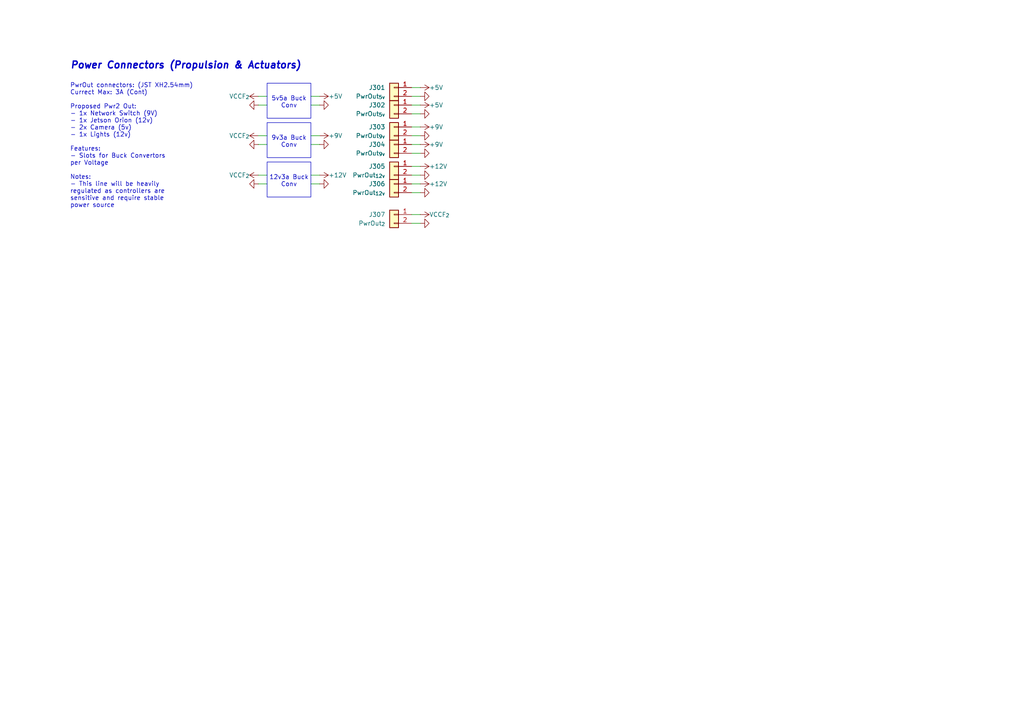
<source format=kicad_sch>
(kicad_sch (version 20231120) (generator "eeschema") (generator_version "8.0")
  (paper "A4")
  (title_block (title "Power Distribution Unit") (date "2024-07-17") (rev "1") (company "Scott CJX") (comment 1 "for NTU-Mecatron") (comment 2 "PDU Phase 1"))
  (lib_symbols
    (symbol "Connector_Generic:Conn_01x02" (pin_names (offset 1.016) hide)
      (property "Reference" "J" (at 0 2.54 0))
      (property "Value" "Conn_01x02" (at 0 -5.08 0))
      (symbol "Conn_01x02_1_1"
        (rectangle (start -1.27 -2.413) (end 0 -2.667) (stroke (width 0.1524)))
        (rectangle (start -1.27 0.127) (end 0 -0.127) (stroke (width 0.1524)))
        (rectangle (start -1.27 1.27) (end 1.27 -3.81) (stroke (width 0.254)) (fill (type background)))
        (pin passive line (at -5.08 0 0) (length 3.81) (name "Pin_1") (number "1"))
        (pin passive line (at -5.08 -2.54 0) (length 3.81) (name "Pin_2") (number "2"))
      )
    )
    (symbol "power:+12V" (power) (pin_numbers hide) (pin_names (offset 0) hide)
      (property "Value" "+12V" (at 0 3.556 0))
      (symbol "+12V_0_1"
        (polyline (pts (xy -0.762 1.27) (xy 0 2.54)))
        (polyline (pts (xy 0 0) (xy 0 2.54)))
        (polyline (pts (xy 0 2.54) (xy 0.762 1.27)))
      )
      (symbol "+12V_1_1"
        (pin power_in line (at 0 0 90) (length 0) (name "~") (number "1"))
      )
    )
    (symbol "power:+5V" (power) (pin_numbers hide) (pin_names (offset 0) hide)
      (property "Value" "+5V" (at 0 3.556 0))
      (symbol "+5V_0_1"
        (polyline (pts (xy -0.762 1.27) (xy 0 2.54)))
        (polyline (pts (xy 0 0) (xy 0 2.54)))
        (polyline (pts (xy 0 2.54) (xy 0.762 1.27)))
      )
      (symbol "+5V_1_1"
        (pin power_in line (at 0 0 90) (length 0) (name "~") (number "1"))
      )
    )
    (symbol "power:+9V" (power) (pin_numbers hide) (pin_names (offset 0) hide)
      (property "Value" "+9V" (at 0 3.556 0))
      (symbol "+9V_0_1"
        (polyline (pts (xy -0.762 1.27) (xy 0 2.54)))
        (polyline (pts (xy 0 0) (xy 0 2.54)))
        (polyline (pts (xy 0 2.54) (xy 0.762 1.27)))
      )
      (symbol "+9V_1_1"
        (pin power_in line (at 0 0 90) (length 0) (name "~") (number "1"))
      )
    )
    (symbol "power:GND" (power) (pin_numbers hide) (pin_names (offset 0) hide)
      (property "Value" "GND" (at 0 -3.81 0))
      (symbol "GND_0_1"
        (polyline (pts (xy 0 0) (xy 0 -1.27) (xy 1.27 -1.27) (xy 0 -2.54) (xy -1.27 -1.27) (xy 0 -1.27)))
      )
      (symbol "GND_1_1"
        (pin power_in line (at 0 0 270) (length 0) (name "~") (number "1"))
      )
    )
    (symbol "power:VCC" (power) (pin_numbers hide) (pin_names (offset 0) hide)
      (property "Value" "VCC" (at 0 3.556 0))
      (symbol "VCC_0_1"
        (polyline (pts (xy -0.762 1.27) (xy 0 2.54)))
        (polyline (pts (xy 0 0) (xy 0 2.54)))
        (polyline (pts (xy 0 2.54) (xy 0.762 1.27)))
      )
      (symbol "VCC_1_1"
        (pin power_in line (at 0 0 90) (length 0) (name "~") (number "1"))
      )
    )
  )
  (wire (pts (xy 121.92 48.26) (xy 119.38 48.26)))
  (wire (pts (xy 92.71 53.34) (xy 90.17 53.34)))
  (wire (pts (xy 121.92 50.8) (xy 119.38 50.8)))
  (wire (pts (xy 121.92 41.91) (xy 119.38 41.91)))
  (wire (pts (xy 74.93 27.94) (xy 77.47 27.94)))
  (wire (pts (xy 121.92 36.83) (xy 119.38 36.83)))
  (wire (pts (xy 121.92 27.94) (xy 119.38 27.94)))
  (wire (pts (xy 121.92 25.4) (xy 119.38 25.4)))
  (wire (pts (xy 121.92 62.23) (xy 119.38 62.23)))
  (wire (pts (xy 74.93 53.34) (xy 77.47 53.34)))
  (wire (pts (xy 92.71 39.37) (xy 90.17 39.37)))
  (wire (pts (xy 92.71 30.48) (xy 90.17 30.48)))
  (wire (pts (xy 92.71 50.8) (xy 90.17 50.8)))
  (wire (pts (xy 121.92 53.34) (xy 119.38 53.34)))
  (wire (pts (xy 121.92 39.37) (xy 119.38 39.37)))
  (wire (pts (xy 74.93 41.91) (xy 77.47 41.91)))
  (wire (pts (xy 74.93 50.8) (xy 77.47 50.8)))
  (wire (pts (xy 121.92 64.77) (xy 119.38 64.77)))
  (wire (pts (xy 92.71 27.94) (xy 90.17 27.94)))
  (wire (pts (xy 92.71 41.91) (xy 90.17 41.91)))
  (wire (pts (xy 121.92 55.88) (xy 119.38 55.88)))
  (wire (pts (xy 74.93 30.48) (xy 77.47 30.48)))
  (wire (pts (xy 121.92 33.02) (xy 119.38 33.02)))
  (wire (pts (xy 74.93 39.37) (xy 77.47 39.37)))
  (wire (pts (xy 121.92 44.45) (xy 119.38 44.45)))
  (wire (pts (xy 121.92 30.48) (xy 119.38 30.48)))
  (rectangle (start 77.47 46.99) (end 90.17 57.15))
  (rectangle (start 77.47 35.56) (end 90.17 45.72))
  (rectangle (start 77.47 24.13) (end 90.17 34.29))
  (text "Power Connectors (Propulsion & Actuators)" (at 20.32 19.05 0) (effects (font (size 2 2) (thickness 0.4) (bold yes) (italic yes)) (justify left)))
  (text "PwrOut connectors: (JST XH2.54mm)\nCurrect Max: 3A (Cont)\n\nProposed Pwr2 Out:\n- 1x Network Switch (9V)\n- 1x Jetson Orion (12v)\n- 2x Camera (5v)\n- 1x Lights (12v)\n\nFeatures:\n- Slots for Buck Convertors\nper Voltage\n\nNotes:\n- This line will be heavily \nregulated as controllers are\nsensitive and require stable \npower source" (at 20.32 24.13 0) (effects (font (size 1.27 1.27)) (justify left top)))
  (text "9v3a Buck\nConv" (at 83.82 39.37 0) (effects (font (size 1.27 1.27)) (justify top)))
  (text "5v5a Buck\nConv" (at 83.82 27.94 0) (effects (font (size 1.27 1.27)) (justify top)))
  (text "12v3a Buck\nConv" (at 83.82 50.8 0) (effects (font (size 1.27 1.27)) (justify top)))
  (symbol (lib_id "power:VCC") (at 121.92 62.23 270) (unit 1)
    (property "Reference" "#PWR0325" (effects (hide yes)))
    (property "Value" "VCCF_{2}" (at 124.46 62.23 90) (effects (justify left)))
    (property "Description" "Power symbol creates a global label with name \"VCC\"" (effects (hide yes)))
  )
  (symbol (lib_id "power:GND") (at 121.92 64.77 90) (mirror x) (unit 1)
    (property "Reference" "#PWR0326" (effects (hide yes)))
    (property "Value" "GND" (effects (hide yes)))
    (property "Description" "Power symbol creates a global label with name \"GND\" , ground" (effects (hide yes)))
  )
  (symbol (lib_id "Connector_Generic:Conn_01x02") (at 114.3 25.4 0) (mirror y) (unit 1)
    (property "Reference" "J301" (at 111.76 25.4 0) (effects (justify left)))
    (property "Value" "PwrOut_{5v}" (at 111.76 27.94 0) (effects (justify left)))
    (property "Footprint" "Connector_Molex:Molex_Mini-Fit_Jr_5566-02A_2x01_P4.20mm_Vertical" (effects (hide yes)))
    (property "Description" "Generic connector, single row, 01x02, script generated (kicad-library-utils/schlib/autogen/connector/)" (effects (hide yes)))
  )
  (symbol (lib_id "power:+5V") (at 121.92 25.4 270) (unit 1)
    (property "Reference" "#PWR0301" (effects (hide yes)))
    (property "Value" "+5V" (at 124.46 25.4 90) (effects (justify left)))
    (property "Description" "Power symbol creates a global label with name \"+5V\"" (effects (hide yes)))
  )
  (symbol (lib_id "power:+12V") (at 121.92 53.34 270) (unit 1)
    (property "Reference" "#PWR0323" (effects (hide yes)))
    (property "Value" "+12V" (at 124.46 53.34 90) (effects (justify left)))
    (property "Description" "Power symbol creates a global label with name \"+12V\"" (effects (hide yes)))
  )
  (symbol (lib_id "power:GND") (at 92.71 53.34 90) (mirror x) (unit 1)
    (property "Reference" "#PWR0322" (effects (hide yes)))
    (property "Value" "GND" (effects (hide yes)))
    (property "Description" "Power symbol creates a global label with name \"GND\" , ground" (effects (hide yes)))
  )
  (symbol (lib_id "power:+9V") (at 121.92 36.83 270) (unit 1)
    (property "Reference" "#PWR0309" (effects (hide yes)))
    (property "Value" "+9V" (at 124.46 36.83 90) (effects (justify left)))
    (property "Description" "Power symbol creates a global label with name \"+9V\"" (effects (hide yes)))
  )
  (symbol (lib_id "power:+12V") (at 121.92 48.26 270) (unit 1)
    (property "Reference" "#PWR0317" (effects (hide yes)))
    (property "Value" "+12V" (at 124.46 48.26 90) (effects (justify left)))
    (property "Description" "Power symbol creates a global label with name \"+12V\"" (effects (hide yes)))
  )
  (symbol (lib_id "Connector_Generic:Conn_01x02") (at 114.3 53.34 0) (mirror y) (unit 1)
    (property "Reference" "J306" (at 111.76 53.34 0) (effects (justify left)))
    (property "Value" "PwrOut_{12v}" (at 111.76 55.88 0) (effects (justify left)))
    (property "Footprint" "Connector_Molex:Molex_Mini-Fit_Jr_5566-02A_2x01_P4.20mm_Vertical" (effects (hide yes)))
    (property "Description" "Generic connector, single row, 01x02, script generated (kicad-library-utils/schlib/autogen/connector/)" (effects (hide yes)))
  )
  (symbol (lib_id "power:VCC") (at 74.93 39.37 90) (mirror x) (unit 1)
    (property "Reference" "#PWR0310" (effects (hide yes)))
    (property "Value" "VCCF_{2}" (at 72.39 39.37 90) (effects (justify left)))
    (property "Description" "Power symbol creates a global label with name \"VCC\"" (effects (hide yes)))
  )
  (symbol (lib_id "power:GND") (at 121.92 50.8 90) (mirror x) (unit 1)
    (property "Reference" "#PWR0320" (effects (hide yes)))
    (property "Value" "GND" (effects (hide yes)))
    (property "Description" "Power symbol creates a global label with name \"GND\" , ground" (effects (hide yes)))
  )
  (symbol (lib_id "power:+9V") (at 92.71 39.37 270) (unit 1)
    (property "Reference" "#PWR0311" (effects (hide yes)))
    (property "Value" "+9V" (at 95.25 39.37 90) (effects (justify left)))
    (property "Description" "Power symbol creates a global label with name \"+9V\"" (effects (hide yes)))
  )
  (symbol (lib_id "power:GND") (at 121.92 33.02 90) (mirror x) (unit 1)
    (property "Reference" "#PWR0308" (effects (hide yes)))
    (property "Value" "GND" (effects (hide yes)))
    (property "Description" "Power symbol creates a global label with name \"GND\" , ground" (effects (hide yes)))
  )
  (symbol (lib_id "power:GND") (at 74.93 30.48 270) (unit 1)
    (property "Reference" "#PWR0305" (effects (hide yes)))
    (property "Value" "GND" (effects (hide yes)))
    (property "Description" "Power symbol creates a global label with name \"GND\" , ground" (effects (hide yes)))
  )
  (symbol (lib_id "Connector_Generic:Conn_01x02") (at 114.3 62.23 0) (mirror y) (unit 1)
    (property "Reference" "J307" (at 111.76 62.23 0) (effects (justify left)))
    (property "Value" "PwrOut_{2}" (at 111.76 64.77 0) (effects (justify left)))
    (property "Footprint" "Connector_Molex:Molex_Mini-Fit_Jr_5566-02A_2x01_P4.20mm_Vertical" (effects (hide yes)))
    (property "Description" "Generic connector, single row, 01x02, script generated (kicad-library-utils/schlib/autogen/connector/)" (effects (hide yes)))
  )
  (symbol (lib_id "power:GND") (at 121.92 27.94 90) (mirror x) (unit 1)
    (property "Reference" "#PWR0304" (effects (hide yes)))
    (property "Value" "GND" (effects (hide yes)))
    (property "Description" "Power symbol creates a global label with name \"GND\" , ground" (effects (hide yes)))
  )
  (symbol (lib_id "Connector_Generic:Conn_01x02") (at 114.3 36.83 0) (mirror y) (unit 1)
    (property "Reference" "J303" (at 111.76 36.83 0) (effects (justify left)))
    (property "Value" "PwrOut_{9v}" (at 111.76 39.37 0) (effects (justify left)))
    (property "Footprint" "Connector_Molex:Molex_Mini-Fit_Jr_5566-02A_2x01_P4.20mm_Vertical" (effects (hide yes)))
    (property "Description" "Generic connector, single row, 01x02, script generated (kicad-library-utils/schlib/autogen/connector/)" (effects (hide yes)))
  )
  (symbol (lib_id "power:GND") (at 121.92 55.88 90) (mirror x) (unit 1)
    (property "Reference" "#PWR0324" (effects (hide yes)))
    (property "Value" "GND" (effects (hide yes)))
    (property "Description" "Power symbol creates a global label with name \"GND\" , ground" (effects (hide yes)))
  )
  (symbol (lib_id "power:GND") (at 74.93 53.34 270) (unit 1)
    (property "Reference" "#PWR0321" (effects (hide yes)))
    (property "Value" "GND" (effects (hide yes)))
    (property "Description" "Power symbol creates a global label with name \"GND\" , ground" (effects (hide yes)))
  )
  (symbol (lib_id "power:+12V") (at 92.71 50.8 270) (unit 1)
    (property "Reference" "#PWR0319" (effects (hide yes)))
    (property "Value" "+12V" (at 95.25 50.8 90) (effects (justify left)))
    (property "Description" "Power symbol creates a global label with name \"+12V\"" (effects (hide yes)))
  )
  (symbol (lib_id "power:+5V") (at 92.71 27.94 270) (unit 1)
    (property "Reference" "#PWR0303" (effects (hide yes)))
    (property "Value" "+5V" (at 95.25 27.94 90) (effects (justify left)))
    (property "Description" "Power symbol creates a global label with name \"+5V\"" (effects (hide yes)))
  )
  (symbol (lib_id "Connector_Generic:Conn_01x02") (at 114.3 30.48 0) (mirror y) (unit 1)
    (property "Reference" "J302" (at 111.76 30.48 0) (effects (justify left)))
    (property "Value" "PwrOut_{5v}" (at 111.76 33.02 0) (effects (justify left)))
    (property "Footprint" "Connector_Molex:Molex_Mini-Fit_Jr_5566-02A_2x01_P4.20mm_Vertical" (effects (hide yes)))
    (property "Description" "Generic connector, single row, 01x02, script generated (kicad-library-utils/schlib/autogen/connector/)" (effects (hide yes)))
  )
  (symbol (lib_id "Connector_Generic:Conn_01x02") (at 114.3 41.91 0) (mirror y) (unit 1)
    (property "Reference" "J304" (at 111.76 41.91 0) (effects (justify left)))
    (property "Value" "PwrOut_{9v}" (at 111.76 44.45 0) (effects (justify left)))
    (property "Footprint" "Connector_Molex:Molex_Mini-Fit_Jr_5566-02A_2x01_P4.20mm_Vertical" (effects (hide yes)))
    (property "Description" "Generic connector, single row, 01x02, script generated (kicad-library-utils/schlib/autogen/connector/)" (effects (hide yes)))
  )
  (symbol (lib_id "power:GND") (at 74.93 41.91 270) (unit 1)
    (property "Reference" "#PWR0313" (effects (hide yes)))
    (property "Value" "GND" (effects (hide yes)))
    (property "Description" "Power symbol creates a global label with name \"GND\" , ground" (effects (hide yes)))
  )
  (symbol (lib_id "power:+5V") (at 121.92 30.48 270) (unit 1)
    (property "Reference" "#PWR0307" (effects (hide yes)))
    (property "Value" "+5V" (at 124.46 30.48 90) (effects (justify left)))
    (property "Description" "Power symbol creates a global label with name \"+5V\"" (effects (hide yes)))
  )
  (symbol (lib_id "power:VCC") (at 74.93 27.94 90) (mirror x) (unit 1)
    (property "Reference" "#PWR0302" (effects (hide yes)))
    (property "Value" "VCCF_{2}" (at 72.39 27.94 90) (effects (justify left)))
    (property "Description" "Power symbol creates a global label with name \"VCC\"" (effects (hide yes)))
  )
  (symbol (lib_id "power:VCC") (at 74.93 50.8 90) (mirror x) (unit 1)
    (property "Reference" "#PWR0318" (effects (hide yes)))
    (property "Value" "VCCF_{2}" (at 72.39 50.8 90) (effects (justify left)))
    (property "Description" "Power symbol creates a global label with name \"VCC\"" (effects (hide yes)))
  )
  (symbol (lib_id "power:GND") (at 92.71 30.48 90) (mirror x) (unit 1)
    (property "Reference" "#PWR0306" (effects (hide yes)))
    (property "Value" "GND" (effects (hide yes)))
    (property "Description" "Power symbol creates a global label with name \"GND\" , ground" (effects (hide yes)))
  )
  (symbol (lib_id "power:GND") (at 121.92 39.37 90) (mirror x) (unit 1)
    (property "Reference" "#PWR0312" (effects (hide yes)))
    (property "Value" "GND" (effects (hide yes)))
    (property "Description" "Power symbol creates a global label with name \"GND\" , ground" (effects (hide yes)))
  )
  (symbol (lib_id "Connector_Generic:Conn_01x02") (at 114.3 48.26 0) (mirror y) (unit 1)
    (property "Reference" "J305" (at 111.76 48.26 0) (effects (justify left)))
    (property "Value" "PwrOut_{12v}" (at 111.76 50.8 0) (effects (justify left)))
    (property "Footprint" "Connector_Molex:Molex_Mini-Fit_Jr_5566-02A_2x01_P4.20mm_Vertical" (effects (hide yes)))
    (property "Description" "Generic connector, single row, 01x02, script generated (kicad-library-utils/schlib/autogen/connector/)" (effects (hide yes)))
  )
  (symbol (lib_id "power:+9V") (at 121.92 41.91 270) (unit 1)
    (property "Reference" "#PWR0315" (effects (hide yes)))
    (property "Value" "+9V" (at 124.46 41.91 90) (effects (justify left)))
    (property "Description" "Power symbol creates a global label with name \"+9V\"" (effects (hide yes)))
  )
  (symbol (lib_id "power:GND") (at 92.71 41.91 90) (mirror x) (unit 1)
    (property "Reference" "#PWR0314" (effects (hide yes)))
    (property "Value" "GND" (effects (hide yes)))
    (property "Description" "Power symbol creates a global label with name \"GND\" , ground" (effects (hide yes)))
  )
  (symbol (lib_id "power:GND") (at 121.92 44.45 90) (mirror x) (unit 1)
    (property "Reference" "#PWR0316" (effects (hide yes)))
    (property "Value" "GND" (effects (hide yes)))
    (property "Description" "Power symbol creates a global label with name \"GND\" , ground" (effects (hide yes)))
  )
)
</source>
